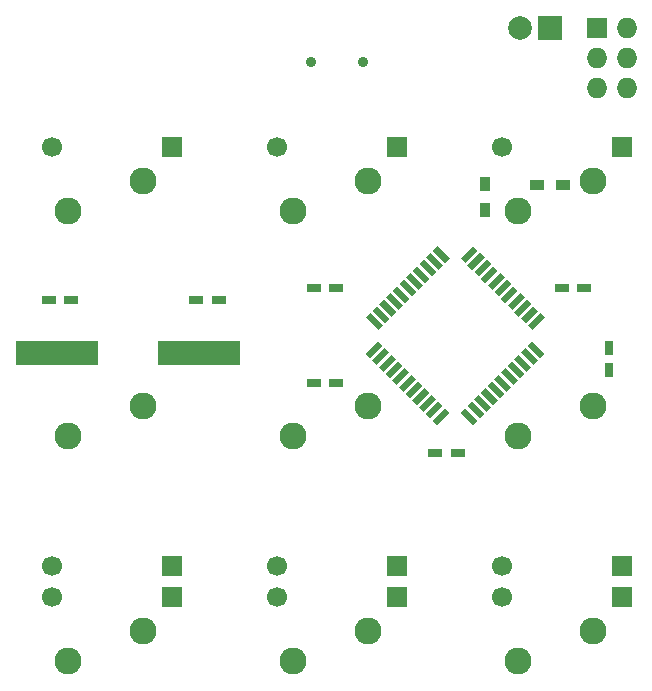
<source format=gbr>
G04 #@! TF.FileFunction,Soldermask,Bot*
%FSLAX46Y46*%
G04 Gerber Fmt 4.6, Leading zero omitted, Abs format (unit mm)*
G04 Created by KiCad (PCBNEW 4.0.2-stable) date 4/25/2016 1:55:35 PM*
%MOMM*%
G01*
G04 APERTURE LIST*
%ADD10C,0.100000*%
%ADD11C,2.286000*%
%ADD12C,0.899160*%
%ADD13R,1.200000X0.750000*%
%ADD14R,0.750000X1.200000*%
%ADD15C,1.699260*%
%ADD16R,1.699260X1.699260*%
%ADD17R,2.000000X2.000000*%
%ADD18C,2.000000*%
%ADD19R,0.900000X1.200000*%
%ADD20R,1.727200X1.727200*%
%ADD21O,1.727200X1.727200*%
%ADD22R,7.000000X2.000000*%
%ADD23R,1.200000X0.900000*%
G04 APERTURE END LIST*
D10*
D11*
X72540000Y-113970000D03*
X66190000Y-116510000D03*
D12*
X91199640Y-84850900D03*
X86800360Y-84850900D03*
D13*
X64580509Y-104969491D03*
X66480509Y-104969491D03*
X77080509Y-104969491D03*
X78980509Y-104969491D03*
X87050000Y-104000000D03*
X88950000Y-104000000D03*
D14*
X112000000Y-110950000D03*
X112000000Y-109050000D03*
D13*
X108050000Y-104000000D03*
X109950000Y-104000000D03*
X87050000Y-112000000D03*
X88950000Y-112000000D03*
X99230509Y-117969491D03*
X97330509Y-117969491D03*
D15*
X64839480Y-92002540D03*
D16*
X74999480Y-92002540D03*
D15*
X64839480Y-127502540D03*
D16*
X74999480Y-127502540D03*
D15*
X64839480Y-130102540D03*
D16*
X74999480Y-130102540D03*
D15*
X83889480Y-92002540D03*
D16*
X94049480Y-92002540D03*
D15*
X83889480Y-127502540D03*
D16*
X94049480Y-127502540D03*
D15*
X83889480Y-130102540D03*
D16*
X94049480Y-130102540D03*
D15*
X102939480Y-92002540D03*
D16*
X113099480Y-92002540D03*
D15*
X102939480Y-127502540D03*
D16*
X113099480Y-127502540D03*
D15*
X102939480Y-130102540D03*
D16*
X113099480Y-130102540D03*
D17*
X107000000Y-82000000D03*
D18*
X104460000Y-82000000D03*
D19*
X101500000Y-97350000D03*
X101500000Y-95150000D03*
D11*
X72540000Y-94920000D03*
X66190000Y-97460000D03*
X72540000Y-133020000D03*
X66190000Y-135560000D03*
X91590000Y-94920000D03*
X85240000Y-97460000D03*
X91590000Y-113970000D03*
X85240000Y-116510000D03*
X91590000Y-133020000D03*
X85240000Y-135560000D03*
X110640000Y-94920000D03*
X104290000Y-97460000D03*
X110640000Y-113970000D03*
X104290000Y-116510000D03*
X110640000Y-133020000D03*
X104290000Y-135560000D03*
D10*
G36*
X91416280Y-106462042D02*
X91805188Y-106073134D01*
X92865848Y-107133794D01*
X92476940Y-107522702D01*
X91416280Y-106462042D01*
X91416280Y-106462042D01*
G37*
G36*
X91981966Y-105896357D02*
X92370874Y-105507449D01*
X93431534Y-106568109D01*
X93042626Y-106957017D01*
X91981966Y-105896357D01*
X91981966Y-105896357D01*
G37*
G36*
X92547651Y-105330672D02*
X92936559Y-104941764D01*
X93997219Y-106002424D01*
X93608311Y-106391332D01*
X92547651Y-105330672D01*
X92547651Y-105330672D01*
G37*
G36*
X93113336Y-104764986D02*
X93502244Y-104376078D01*
X94562904Y-105436738D01*
X94173996Y-105825646D01*
X93113336Y-104764986D01*
X93113336Y-104764986D01*
G37*
G36*
X93679022Y-104199301D02*
X94067930Y-103810393D01*
X95128590Y-104871053D01*
X94739682Y-105259961D01*
X93679022Y-104199301D01*
X93679022Y-104199301D01*
G37*
G36*
X94244707Y-103633615D02*
X94633615Y-103244707D01*
X95694275Y-104305367D01*
X95305367Y-104694275D01*
X94244707Y-103633615D01*
X94244707Y-103633615D01*
G37*
G36*
X94810393Y-103067930D02*
X95199301Y-102679022D01*
X96259961Y-103739682D01*
X95871053Y-104128590D01*
X94810393Y-103067930D01*
X94810393Y-103067930D01*
G37*
G36*
X95376078Y-102502244D02*
X95764986Y-102113336D01*
X96825646Y-103173996D01*
X96436738Y-103562904D01*
X95376078Y-102502244D01*
X95376078Y-102502244D01*
G37*
G36*
X95941764Y-101936559D02*
X96330672Y-101547651D01*
X97391332Y-102608311D01*
X97002424Y-102997219D01*
X95941764Y-101936559D01*
X95941764Y-101936559D01*
G37*
G36*
X96507449Y-101370874D02*
X96896357Y-100981966D01*
X97957017Y-102042626D01*
X97568109Y-102431534D01*
X96507449Y-101370874D01*
X96507449Y-101370874D01*
G37*
G36*
X97073134Y-100805188D02*
X97462042Y-100416280D01*
X98522702Y-101476940D01*
X98133794Y-101865848D01*
X97073134Y-100805188D01*
X97073134Y-100805188D01*
G37*
G36*
X100537958Y-100416280D02*
X100926866Y-100805188D01*
X99866206Y-101865848D01*
X99477298Y-101476940D01*
X100537958Y-100416280D01*
X100537958Y-100416280D01*
G37*
G36*
X101103643Y-100981966D02*
X101492551Y-101370874D01*
X100431891Y-102431534D01*
X100042983Y-102042626D01*
X101103643Y-100981966D01*
X101103643Y-100981966D01*
G37*
G36*
X101669328Y-101547651D02*
X102058236Y-101936559D01*
X100997576Y-102997219D01*
X100608668Y-102608311D01*
X101669328Y-101547651D01*
X101669328Y-101547651D01*
G37*
G36*
X102235014Y-102113336D02*
X102623922Y-102502244D01*
X101563262Y-103562904D01*
X101174354Y-103173996D01*
X102235014Y-102113336D01*
X102235014Y-102113336D01*
G37*
G36*
X102800699Y-102679022D02*
X103189607Y-103067930D01*
X102128947Y-104128590D01*
X101740039Y-103739682D01*
X102800699Y-102679022D01*
X102800699Y-102679022D01*
G37*
G36*
X103366385Y-103244707D02*
X103755293Y-103633615D01*
X102694633Y-104694275D01*
X102305725Y-104305367D01*
X103366385Y-103244707D01*
X103366385Y-103244707D01*
G37*
G36*
X103932070Y-103810393D02*
X104320978Y-104199301D01*
X103260318Y-105259961D01*
X102871410Y-104871053D01*
X103932070Y-103810393D01*
X103932070Y-103810393D01*
G37*
G36*
X104497756Y-104376078D02*
X104886664Y-104764986D01*
X103826004Y-105825646D01*
X103437096Y-105436738D01*
X104497756Y-104376078D01*
X104497756Y-104376078D01*
G37*
G36*
X105063441Y-104941764D02*
X105452349Y-105330672D01*
X104391689Y-106391332D01*
X104002781Y-106002424D01*
X105063441Y-104941764D01*
X105063441Y-104941764D01*
G37*
G36*
X105629126Y-105507449D02*
X106018034Y-105896357D01*
X104957374Y-106957017D01*
X104568466Y-106568109D01*
X105629126Y-105507449D01*
X105629126Y-105507449D01*
G37*
G36*
X106194812Y-106073134D02*
X106583720Y-106462042D01*
X105523060Y-107522702D01*
X105134152Y-107133794D01*
X106194812Y-106073134D01*
X106194812Y-106073134D01*
G37*
G36*
X105134152Y-108866206D02*
X105523060Y-108477298D01*
X106583720Y-109537958D01*
X106194812Y-109926866D01*
X105134152Y-108866206D01*
X105134152Y-108866206D01*
G37*
G36*
X104568466Y-109431891D02*
X104957374Y-109042983D01*
X106018034Y-110103643D01*
X105629126Y-110492551D01*
X104568466Y-109431891D01*
X104568466Y-109431891D01*
G37*
G36*
X104002781Y-109997576D02*
X104391689Y-109608668D01*
X105452349Y-110669328D01*
X105063441Y-111058236D01*
X104002781Y-109997576D01*
X104002781Y-109997576D01*
G37*
G36*
X103437096Y-110563262D02*
X103826004Y-110174354D01*
X104886664Y-111235014D01*
X104497756Y-111623922D01*
X103437096Y-110563262D01*
X103437096Y-110563262D01*
G37*
G36*
X102871410Y-111128947D02*
X103260318Y-110740039D01*
X104320978Y-111800699D01*
X103932070Y-112189607D01*
X102871410Y-111128947D01*
X102871410Y-111128947D01*
G37*
G36*
X102305725Y-111694633D02*
X102694633Y-111305725D01*
X103755293Y-112366385D01*
X103366385Y-112755293D01*
X102305725Y-111694633D01*
X102305725Y-111694633D01*
G37*
G36*
X101740039Y-112260318D02*
X102128947Y-111871410D01*
X103189607Y-112932070D01*
X102800699Y-113320978D01*
X101740039Y-112260318D01*
X101740039Y-112260318D01*
G37*
G36*
X101174354Y-112826004D02*
X101563262Y-112437096D01*
X102623922Y-113497756D01*
X102235014Y-113886664D01*
X101174354Y-112826004D01*
X101174354Y-112826004D01*
G37*
G36*
X100608668Y-113391689D02*
X100997576Y-113002781D01*
X102058236Y-114063441D01*
X101669328Y-114452349D01*
X100608668Y-113391689D01*
X100608668Y-113391689D01*
G37*
G36*
X100042983Y-113957374D02*
X100431891Y-113568466D01*
X101492551Y-114629126D01*
X101103643Y-115018034D01*
X100042983Y-113957374D01*
X100042983Y-113957374D01*
G37*
G36*
X99477298Y-114523060D02*
X99866206Y-114134152D01*
X100926866Y-115194812D01*
X100537958Y-115583720D01*
X99477298Y-114523060D01*
X99477298Y-114523060D01*
G37*
G36*
X98133794Y-114134152D02*
X98522702Y-114523060D01*
X97462042Y-115583720D01*
X97073134Y-115194812D01*
X98133794Y-114134152D01*
X98133794Y-114134152D01*
G37*
G36*
X97568109Y-113568466D02*
X97957017Y-113957374D01*
X96896357Y-115018034D01*
X96507449Y-114629126D01*
X97568109Y-113568466D01*
X97568109Y-113568466D01*
G37*
G36*
X97002424Y-113002781D02*
X97391332Y-113391689D01*
X96330672Y-114452349D01*
X95941764Y-114063441D01*
X97002424Y-113002781D01*
X97002424Y-113002781D01*
G37*
G36*
X96436738Y-112437096D02*
X96825646Y-112826004D01*
X95764986Y-113886664D01*
X95376078Y-113497756D01*
X96436738Y-112437096D01*
X96436738Y-112437096D01*
G37*
G36*
X95871053Y-111871410D02*
X96259961Y-112260318D01*
X95199301Y-113320978D01*
X94810393Y-112932070D01*
X95871053Y-111871410D01*
X95871053Y-111871410D01*
G37*
G36*
X95305367Y-111305725D02*
X95694275Y-111694633D01*
X94633615Y-112755293D01*
X94244707Y-112366385D01*
X95305367Y-111305725D01*
X95305367Y-111305725D01*
G37*
G36*
X94739682Y-110740039D02*
X95128590Y-111128947D01*
X94067930Y-112189607D01*
X93679022Y-111800699D01*
X94739682Y-110740039D01*
X94739682Y-110740039D01*
G37*
G36*
X94173996Y-110174354D02*
X94562904Y-110563262D01*
X93502244Y-111623922D01*
X93113336Y-111235014D01*
X94173996Y-110174354D01*
X94173996Y-110174354D01*
G37*
G36*
X93608311Y-109608668D02*
X93997219Y-109997576D01*
X92936559Y-111058236D01*
X92547651Y-110669328D01*
X93608311Y-109608668D01*
X93608311Y-109608668D01*
G37*
G36*
X93042626Y-109042983D02*
X93431534Y-109431891D01*
X92370874Y-110492551D01*
X91981966Y-110103643D01*
X93042626Y-109042983D01*
X93042626Y-109042983D01*
G37*
G36*
X92476940Y-108477298D02*
X92865848Y-108866206D01*
X91805188Y-109926866D01*
X91416280Y-109537958D01*
X92476940Y-108477298D01*
X92476940Y-108477298D01*
G37*
D20*
X111000000Y-82000000D03*
D21*
X113540000Y-82000000D03*
X111000000Y-84540000D03*
X113540000Y-84540000D03*
X111000000Y-87080000D03*
X113540000Y-87080000D03*
D22*
X65280509Y-109469491D03*
X77280509Y-109469491D03*
D23*
X105930509Y-95219491D03*
X108130509Y-95219491D03*
M02*

</source>
